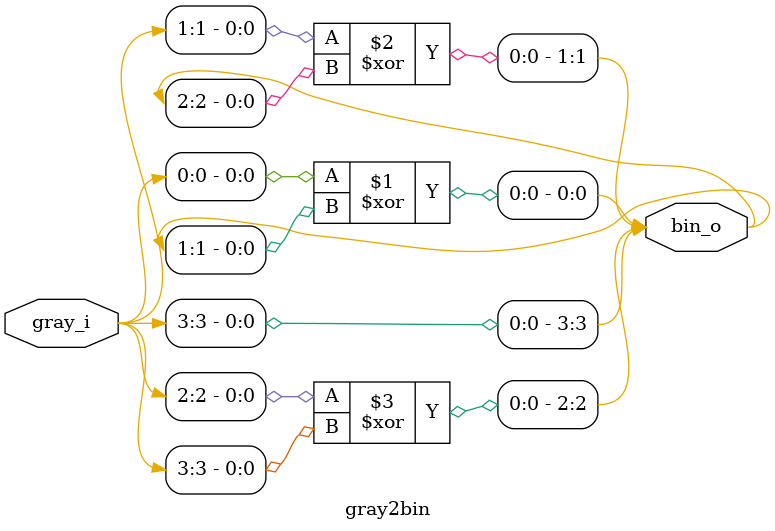
<source format=v>


//  You should have received a copy of the GNU General Public License along
//  with this program; if not, write to the Free Software Foundation, Inc.,
//  51 Franklin Street, Fifth Floor, Boston, MA 02110-1301 USA.
//
`ifndef GRAY2BIN_V
`define GRAY2BIN_V

module gray2bin #
(
  parameter WIDTH = 4 // Here is the address width for pointer
)
(
  input [WIDTH-1:0] gray_i,
  output [WIDTH-1:0] bin_o
);

// Main conversion logic:
// MSB is the same
assign bin_o[WIDTH-1] = gray_i[WIDTH-1];
// Generate the rest of logic
genvar i;
generate
  for (i = 0; i < WIDTH-1; i = i + 1) begin: generate_block
    assign bin_o[i] = gray_i[i] ^ bin_o[i+1];
  end
endgenerate

endmodule // gray2bin

`endif // GRAY2BIN_V

</source>
